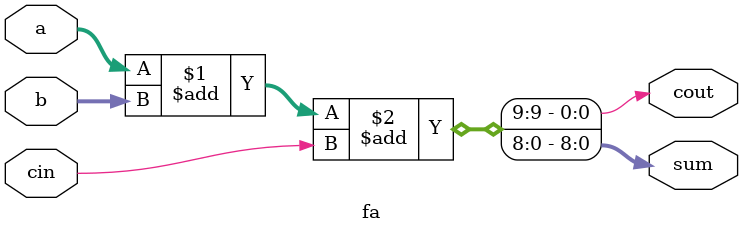
<source format=v>
module fa (
  input [WIDTH:0]a,b,
  input cin,
  output [WIDTH:0]sum,
  output cout);
  
  parameter WIDTH=4'b1000;
  
  assign {cout,sum}=a+b+cin;
endmodule

</source>
